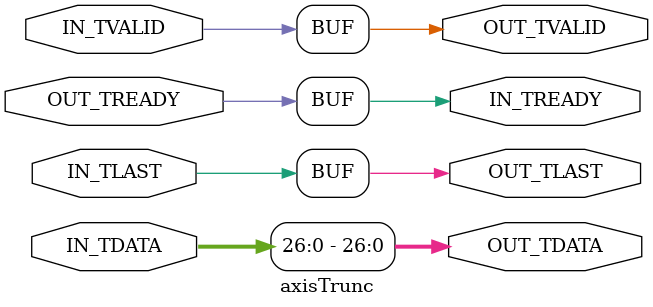
<source format=v>
`timescale 1ns / 1ps

module axisTrunc #(
    parameter IN_WIDTH=32,
    parameter OUT_WIDTH=27
)(
    //IN AXI Stream interface
    input IN_TLAST,
    input IN_TVALID,
    input [IN_WIDTH-1:0] IN_TDATA,
    output IN_TREADY,
    //OUT AXI Stream interface
    output OUT_TLAST,
    output OUT_TVALID,
    output [OUT_WIDTH-1:0] OUT_TDATA,
    input OUT_TREADY
    );
    
   assign OUT_TVALID = IN_TVALID;
   assign OUT_TLAST = IN_TLAST;
   assign IN_TREADY = OUT_TREADY;

generate
    if(IN_WIDTH > OUT_WIDTH)
	assign OUT_TDATA = IN_TDATA[OUT_WIDTH-1:0];
    else
	assign OUT_TDATA = IN_TDATA;
endgenerate

endmodule


// 67d7842dbbe25473c3c32b93c0da8047785f30d78e8a024de1b57352245f9689

</source>
